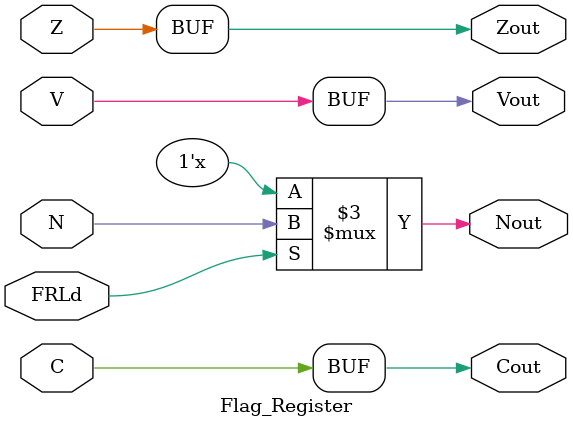
<source format=v>
/*32-bit ARM Flag register Module. Behavioral Description.
	By: Maria Jimenez 
	Description: This program describes the behaviour of an ARM Flag register
	The signals in this software are:
		Outputs:
			1. Zout== Zero flag to condition tester
			2. Nout== Negative flag to condition tester
			3. Cout== Carry flag to condition tester
			4. Vout== Overflow flag to condition tester
		Inputs:
			1. Z== Zero flag from ALU
			2. N== Negative flag from ALU
			3. C== Carry flag from ALU
			4. V== Overflow flag from ALU
			5. FRLd== Flag register load signal from CU-----High= Load register **** Low= No load
	The program returns the Z,C,N,V flag results from the ALU to the condition tester and loads new flag values when a 1 is sent through the FRLd signal.
*/

module Flag_Register(output reg  Nout, Zout, Cout, Vout, input N, Z, C, V, input FRLd);
	

	always @(FRLd)
	begin 
		
		if(FRLd)	//Condition for zero flag bit	
			
			Nout = N;
			Zout = Z;
			Cout = C;
			Vout = V;

	end
endmodule
</source>
